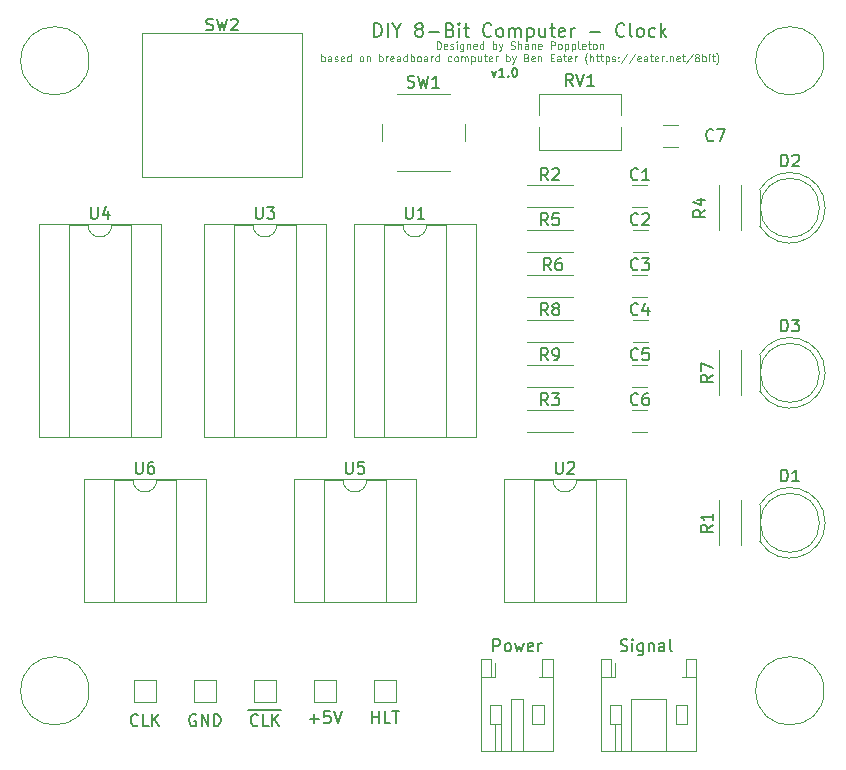
<source format=gbr>
G04 #@! TF.GenerationSoftware,KiCad,Pcbnew,(5.1.2-1)-1*
G04 #@! TF.CreationDate,2019-08-26T07:59:11+10:00*
G04 #@! TF.ProjectId,Clock,436c6f63-6b2e-46b6-9963-61645f706362,v01*
G04 #@! TF.SameCoordinates,Original*
G04 #@! TF.FileFunction,Legend,Top*
G04 #@! TF.FilePolarity,Positive*
%FSLAX46Y46*%
G04 Gerber Fmt 4.6, Leading zero omitted, Abs format (unit mm)*
G04 Created by KiCad (PCBNEW (5.1.2-1)-1) date 2019-08-26 07:59:11*
%MOMM*%
%LPD*%
G04 APERTURE LIST*
%ADD10C,0.127000*%
%ADD11C,0.101600*%
%ADD12C,0.100000*%
%ADD13C,0.120000*%
%ADD14C,0.150000*%
G04 APERTURE END LIST*
D10*
X153343428Y-65622714D02*
X153524857Y-66130714D01*
X153706285Y-65622714D01*
X154395714Y-66130714D02*
X153960285Y-66130714D01*
X154178000Y-66130714D02*
X154178000Y-65368714D01*
X154105428Y-65477571D01*
X154032857Y-65550142D01*
X153960285Y-65586428D01*
X154722285Y-66058142D02*
X154758571Y-66094428D01*
X154722285Y-66130714D01*
X154686000Y-66094428D01*
X154722285Y-66058142D01*
X154722285Y-66130714D01*
X155230285Y-65368714D02*
X155302857Y-65368714D01*
X155375428Y-65405000D01*
X155411714Y-65441285D01*
X155448000Y-65513857D01*
X155484285Y-65659000D01*
X155484285Y-65840428D01*
X155448000Y-65985571D01*
X155411714Y-66058142D01*
X155375428Y-66094428D01*
X155302857Y-66130714D01*
X155230285Y-66130714D01*
X155157714Y-66094428D01*
X155121428Y-66058142D01*
X155085142Y-65985571D01*
X155048857Y-65840428D01*
X155048857Y-65659000D01*
X155085142Y-65513857D01*
X155121428Y-65441285D01*
X155157714Y-65405000D01*
X155230285Y-65368714D01*
D11*
X148656523Y-63768211D02*
X148656523Y-63133211D01*
X148807714Y-63133211D01*
X148898428Y-63163450D01*
X148958904Y-63223926D01*
X148989142Y-63284402D01*
X149019380Y-63405354D01*
X149019380Y-63496069D01*
X148989142Y-63617021D01*
X148958904Y-63677497D01*
X148898428Y-63737973D01*
X148807714Y-63768211D01*
X148656523Y-63768211D01*
X149533428Y-63737973D02*
X149472952Y-63768211D01*
X149352000Y-63768211D01*
X149291523Y-63737973D01*
X149261285Y-63677497D01*
X149261285Y-63435592D01*
X149291523Y-63375116D01*
X149352000Y-63344878D01*
X149472952Y-63344878D01*
X149533428Y-63375116D01*
X149563666Y-63435592D01*
X149563666Y-63496069D01*
X149261285Y-63556545D01*
X149805571Y-63737973D02*
X149866047Y-63768211D01*
X149987000Y-63768211D01*
X150047476Y-63737973D01*
X150077714Y-63677497D01*
X150077714Y-63647259D01*
X150047476Y-63586783D01*
X149987000Y-63556545D01*
X149896285Y-63556545D01*
X149835809Y-63526307D01*
X149805571Y-63465830D01*
X149805571Y-63435592D01*
X149835809Y-63375116D01*
X149896285Y-63344878D01*
X149987000Y-63344878D01*
X150047476Y-63375116D01*
X150349857Y-63768211D02*
X150349857Y-63344878D01*
X150349857Y-63133211D02*
X150319619Y-63163450D01*
X150349857Y-63193688D01*
X150380095Y-63163450D01*
X150349857Y-63133211D01*
X150349857Y-63193688D01*
X150924380Y-63344878D02*
X150924380Y-63858926D01*
X150894142Y-63919402D01*
X150863904Y-63949640D01*
X150803428Y-63979878D01*
X150712714Y-63979878D01*
X150652238Y-63949640D01*
X150924380Y-63737973D02*
X150863904Y-63768211D01*
X150742952Y-63768211D01*
X150682476Y-63737973D01*
X150652238Y-63707735D01*
X150622000Y-63647259D01*
X150622000Y-63465830D01*
X150652238Y-63405354D01*
X150682476Y-63375116D01*
X150742952Y-63344878D01*
X150863904Y-63344878D01*
X150924380Y-63375116D01*
X151226761Y-63344878D02*
X151226761Y-63768211D01*
X151226761Y-63405354D02*
X151257000Y-63375116D01*
X151317476Y-63344878D01*
X151408190Y-63344878D01*
X151468666Y-63375116D01*
X151498904Y-63435592D01*
X151498904Y-63768211D01*
X152043190Y-63737973D02*
X151982714Y-63768211D01*
X151861761Y-63768211D01*
X151801285Y-63737973D01*
X151771047Y-63677497D01*
X151771047Y-63435592D01*
X151801285Y-63375116D01*
X151861761Y-63344878D01*
X151982714Y-63344878D01*
X152043190Y-63375116D01*
X152073428Y-63435592D01*
X152073428Y-63496069D01*
X151771047Y-63556545D01*
X152617714Y-63768211D02*
X152617714Y-63133211D01*
X152617714Y-63737973D02*
X152557238Y-63768211D01*
X152436285Y-63768211D01*
X152375809Y-63737973D01*
X152345571Y-63707735D01*
X152315333Y-63647259D01*
X152315333Y-63465830D01*
X152345571Y-63405354D01*
X152375809Y-63375116D01*
X152436285Y-63344878D01*
X152557238Y-63344878D01*
X152617714Y-63375116D01*
X153403904Y-63768211D02*
X153403904Y-63133211D01*
X153403904Y-63375116D02*
X153464380Y-63344878D01*
X153585333Y-63344878D01*
X153645809Y-63375116D01*
X153676047Y-63405354D01*
X153706285Y-63465830D01*
X153706285Y-63647259D01*
X153676047Y-63707735D01*
X153645809Y-63737973D01*
X153585333Y-63768211D01*
X153464380Y-63768211D01*
X153403904Y-63737973D01*
X153917952Y-63344878D02*
X154069142Y-63768211D01*
X154220333Y-63344878D02*
X154069142Y-63768211D01*
X154008666Y-63919402D01*
X153978428Y-63949640D01*
X153917952Y-63979878D01*
X154915809Y-63737973D02*
X155006523Y-63768211D01*
X155157714Y-63768211D01*
X155218190Y-63737973D01*
X155248428Y-63707735D01*
X155278666Y-63647259D01*
X155278666Y-63586783D01*
X155248428Y-63526307D01*
X155218190Y-63496069D01*
X155157714Y-63465830D01*
X155036761Y-63435592D01*
X154976285Y-63405354D01*
X154946047Y-63375116D01*
X154915809Y-63314640D01*
X154915809Y-63254164D01*
X154946047Y-63193688D01*
X154976285Y-63163450D01*
X155036761Y-63133211D01*
X155187952Y-63133211D01*
X155278666Y-63163450D01*
X155550809Y-63768211D02*
X155550809Y-63133211D01*
X155822952Y-63768211D02*
X155822952Y-63435592D01*
X155792714Y-63375116D01*
X155732238Y-63344878D01*
X155641523Y-63344878D01*
X155581047Y-63375116D01*
X155550809Y-63405354D01*
X156397476Y-63768211D02*
X156397476Y-63435592D01*
X156367238Y-63375116D01*
X156306761Y-63344878D01*
X156185809Y-63344878D01*
X156125333Y-63375116D01*
X156397476Y-63737973D02*
X156337000Y-63768211D01*
X156185809Y-63768211D01*
X156125333Y-63737973D01*
X156095095Y-63677497D01*
X156095095Y-63617021D01*
X156125333Y-63556545D01*
X156185809Y-63526307D01*
X156337000Y-63526307D01*
X156397476Y-63496069D01*
X156699857Y-63344878D02*
X156699857Y-63768211D01*
X156699857Y-63405354D02*
X156730095Y-63375116D01*
X156790571Y-63344878D01*
X156881285Y-63344878D01*
X156941761Y-63375116D01*
X156972000Y-63435592D01*
X156972000Y-63768211D01*
X157516285Y-63737973D02*
X157455809Y-63768211D01*
X157334857Y-63768211D01*
X157274380Y-63737973D01*
X157244142Y-63677497D01*
X157244142Y-63435592D01*
X157274380Y-63375116D01*
X157334857Y-63344878D01*
X157455809Y-63344878D01*
X157516285Y-63375116D01*
X157546523Y-63435592D01*
X157546523Y-63496069D01*
X157244142Y-63556545D01*
X158302476Y-63768211D02*
X158302476Y-63133211D01*
X158544380Y-63133211D01*
X158604857Y-63163450D01*
X158635095Y-63193688D01*
X158665333Y-63254164D01*
X158665333Y-63344878D01*
X158635095Y-63405354D01*
X158604857Y-63435592D01*
X158544380Y-63465830D01*
X158302476Y-63465830D01*
X159028190Y-63768211D02*
X158967714Y-63737973D01*
X158937476Y-63707735D01*
X158907238Y-63647259D01*
X158907238Y-63465830D01*
X158937476Y-63405354D01*
X158967714Y-63375116D01*
X159028190Y-63344878D01*
X159118904Y-63344878D01*
X159179380Y-63375116D01*
X159209619Y-63405354D01*
X159239857Y-63465830D01*
X159239857Y-63647259D01*
X159209619Y-63707735D01*
X159179380Y-63737973D01*
X159118904Y-63768211D01*
X159028190Y-63768211D01*
X159512000Y-63344878D02*
X159512000Y-63979878D01*
X159512000Y-63375116D02*
X159572476Y-63344878D01*
X159693428Y-63344878D01*
X159753904Y-63375116D01*
X159784142Y-63405354D01*
X159814380Y-63465830D01*
X159814380Y-63647259D01*
X159784142Y-63707735D01*
X159753904Y-63737973D01*
X159693428Y-63768211D01*
X159572476Y-63768211D01*
X159512000Y-63737973D01*
X160086523Y-63344878D02*
X160086523Y-63979878D01*
X160086523Y-63375116D02*
X160147000Y-63344878D01*
X160267952Y-63344878D01*
X160328428Y-63375116D01*
X160358666Y-63405354D01*
X160388904Y-63465830D01*
X160388904Y-63647259D01*
X160358666Y-63707735D01*
X160328428Y-63737973D01*
X160267952Y-63768211D01*
X160147000Y-63768211D01*
X160086523Y-63737973D01*
X160751761Y-63768211D02*
X160691285Y-63737973D01*
X160661047Y-63677497D01*
X160661047Y-63133211D01*
X161235571Y-63737973D02*
X161175095Y-63768211D01*
X161054142Y-63768211D01*
X160993666Y-63737973D01*
X160963428Y-63677497D01*
X160963428Y-63435592D01*
X160993666Y-63375116D01*
X161054142Y-63344878D01*
X161175095Y-63344878D01*
X161235571Y-63375116D01*
X161265809Y-63435592D01*
X161265809Y-63496069D01*
X160963428Y-63556545D01*
X161447238Y-63344878D02*
X161689142Y-63344878D01*
X161537952Y-63133211D02*
X161537952Y-63677497D01*
X161568190Y-63737973D01*
X161628666Y-63768211D01*
X161689142Y-63768211D01*
X161991523Y-63768211D02*
X161931047Y-63737973D01*
X161900809Y-63707735D01*
X161870571Y-63647259D01*
X161870571Y-63465830D01*
X161900809Y-63405354D01*
X161931047Y-63375116D01*
X161991523Y-63344878D01*
X162082238Y-63344878D01*
X162142714Y-63375116D01*
X162172952Y-63405354D01*
X162203190Y-63465830D01*
X162203190Y-63647259D01*
X162172952Y-63707735D01*
X162142714Y-63737973D01*
X162082238Y-63768211D01*
X161991523Y-63768211D01*
X162475333Y-63344878D02*
X162475333Y-63768211D01*
X162475333Y-63405354D02*
X162505571Y-63375116D01*
X162566047Y-63344878D01*
X162656761Y-63344878D01*
X162717238Y-63375116D01*
X162747476Y-63435592D01*
X162747476Y-63768211D01*
X138889619Y-64822311D02*
X138889619Y-64187311D01*
X138889619Y-64429216D02*
X138950095Y-64398978D01*
X139071047Y-64398978D01*
X139131523Y-64429216D01*
X139161761Y-64459454D01*
X139192000Y-64519930D01*
X139192000Y-64701359D01*
X139161761Y-64761835D01*
X139131523Y-64792073D01*
X139071047Y-64822311D01*
X138950095Y-64822311D01*
X138889619Y-64792073D01*
X139736285Y-64822311D02*
X139736285Y-64489692D01*
X139706047Y-64429216D01*
X139645571Y-64398978D01*
X139524619Y-64398978D01*
X139464142Y-64429216D01*
X139736285Y-64792073D02*
X139675809Y-64822311D01*
X139524619Y-64822311D01*
X139464142Y-64792073D01*
X139433904Y-64731597D01*
X139433904Y-64671121D01*
X139464142Y-64610645D01*
X139524619Y-64580407D01*
X139675809Y-64580407D01*
X139736285Y-64550169D01*
X140008428Y-64792073D02*
X140068904Y-64822311D01*
X140189857Y-64822311D01*
X140250333Y-64792073D01*
X140280571Y-64731597D01*
X140280571Y-64701359D01*
X140250333Y-64640883D01*
X140189857Y-64610645D01*
X140099142Y-64610645D01*
X140038666Y-64580407D01*
X140008428Y-64519930D01*
X140008428Y-64489692D01*
X140038666Y-64429216D01*
X140099142Y-64398978D01*
X140189857Y-64398978D01*
X140250333Y-64429216D01*
X140794619Y-64792073D02*
X140734142Y-64822311D01*
X140613190Y-64822311D01*
X140552714Y-64792073D01*
X140522476Y-64731597D01*
X140522476Y-64489692D01*
X140552714Y-64429216D01*
X140613190Y-64398978D01*
X140734142Y-64398978D01*
X140794619Y-64429216D01*
X140824857Y-64489692D01*
X140824857Y-64550169D01*
X140522476Y-64610645D01*
X141369142Y-64822311D02*
X141369142Y-64187311D01*
X141369142Y-64792073D02*
X141308666Y-64822311D01*
X141187714Y-64822311D01*
X141127238Y-64792073D01*
X141097000Y-64761835D01*
X141066761Y-64701359D01*
X141066761Y-64519930D01*
X141097000Y-64459454D01*
X141127238Y-64429216D01*
X141187714Y-64398978D01*
X141308666Y-64398978D01*
X141369142Y-64429216D01*
X142246047Y-64822311D02*
X142185571Y-64792073D01*
X142155333Y-64761835D01*
X142125095Y-64701359D01*
X142125095Y-64519930D01*
X142155333Y-64459454D01*
X142185571Y-64429216D01*
X142246047Y-64398978D01*
X142336761Y-64398978D01*
X142397238Y-64429216D01*
X142427476Y-64459454D01*
X142457714Y-64519930D01*
X142457714Y-64701359D01*
X142427476Y-64761835D01*
X142397238Y-64792073D01*
X142336761Y-64822311D01*
X142246047Y-64822311D01*
X142729857Y-64398978D02*
X142729857Y-64822311D01*
X142729857Y-64459454D02*
X142760095Y-64429216D01*
X142820571Y-64398978D01*
X142911285Y-64398978D01*
X142971761Y-64429216D01*
X143002000Y-64489692D01*
X143002000Y-64822311D01*
X143788190Y-64822311D02*
X143788190Y-64187311D01*
X143788190Y-64429216D02*
X143848666Y-64398978D01*
X143969619Y-64398978D01*
X144030095Y-64429216D01*
X144060333Y-64459454D01*
X144090571Y-64519930D01*
X144090571Y-64701359D01*
X144060333Y-64761835D01*
X144030095Y-64792073D01*
X143969619Y-64822311D01*
X143848666Y-64822311D01*
X143788190Y-64792073D01*
X144362714Y-64822311D02*
X144362714Y-64398978D01*
X144362714Y-64519930D02*
X144392952Y-64459454D01*
X144423190Y-64429216D01*
X144483666Y-64398978D01*
X144544142Y-64398978D01*
X144997714Y-64792073D02*
X144937238Y-64822311D01*
X144816285Y-64822311D01*
X144755809Y-64792073D01*
X144725571Y-64731597D01*
X144725571Y-64489692D01*
X144755809Y-64429216D01*
X144816285Y-64398978D01*
X144937238Y-64398978D01*
X144997714Y-64429216D01*
X145027952Y-64489692D01*
X145027952Y-64550169D01*
X144725571Y-64610645D01*
X145572238Y-64822311D02*
X145572238Y-64489692D01*
X145542000Y-64429216D01*
X145481523Y-64398978D01*
X145360571Y-64398978D01*
X145300095Y-64429216D01*
X145572238Y-64792073D02*
X145511761Y-64822311D01*
X145360571Y-64822311D01*
X145300095Y-64792073D01*
X145269857Y-64731597D01*
X145269857Y-64671121D01*
X145300095Y-64610645D01*
X145360571Y-64580407D01*
X145511761Y-64580407D01*
X145572238Y-64550169D01*
X146146761Y-64822311D02*
X146146761Y-64187311D01*
X146146761Y-64792073D02*
X146086285Y-64822311D01*
X145965333Y-64822311D01*
X145904857Y-64792073D01*
X145874619Y-64761835D01*
X145844380Y-64701359D01*
X145844380Y-64519930D01*
X145874619Y-64459454D01*
X145904857Y-64429216D01*
X145965333Y-64398978D01*
X146086285Y-64398978D01*
X146146761Y-64429216D01*
X146449142Y-64822311D02*
X146449142Y-64187311D01*
X146449142Y-64429216D02*
X146509619Y-64398978D01*
X146630571Y-64398978D01*
X146691047Y-64429216D01*
X146721285Y-64459454D01*
X146751523Y-64519930D01*
X146751523Y-64701359D01*
X146721285Y-64761835D01*
X146691047Y-64792073D01*
X146630571Y-64822311D01*
X146509619Y-64822311D01*
X146449142Y-64792073D01*
X147114380Y-64822311D02*
X147053904Y-64792073D01*
X147023666Y-64761835D01*
X146993428Y-64701359D01*
X146993428Y-64519930D01*
X147023666Y-64459454D01*
X147053904Y-64429216D01*
X147114380Y-64398978D01*
X147205095Y-64398978D01*
X147265571Y-64429216D01*
X147295809Y-64459454D01*
X147326047Y-64519930D01*
X147326047Y-64701359D01*
X147295809Y-64761835D01*
X147265571Y-64792073D01*
X147205095Y-64822311D01*
X147114380Y-64822311D01*
X147870333Y-64822311D02*
X147870333Y-64489692D01*
X147840095Y-64429216D01*
X147779619Y-64398978D01*
X147658666Y-64398978D01*
X147598190Y-64429216D01*
X147870333Y-64792073D02*
X147809857Y-64822311D01*
X147658666Y-64822311D01*
X147598190Y-64792073D01*
X147567952Y-64731597D01*
X147567952Y-64671121D01*
X147598190Y-64610645D01*
X147658666Y-64580407D01*
X147809857Y-64580407D01*
X147870333Y-64550169D01*
X148172714Y-64822311D02*
X148172714Y-64398978D01*
X148172714Y-64519930D02*
X148202952Y-64459454D01*
X148233190Y-64429216D01*
X148293666Y-64398978D01*
X148354142Y-64398978D01*
X148837952Y-64822311D02*
X148837952Y-64187311D01*
X148837952Y-64792073D02*
X148777476Y-64822311D01*
X148656523Y-64822311D01*
X148596047Y-64792073D01*
X148565809Y-64761835D01*
X148535571Y-64701359D01*
X148535571Y-64519930D01*
X148565809Y-64459454D01*
X148596047Y-64429216D01*
X148656523Y-64398978D01*
X148777476Y-64398978D01*
X148837952Y-64429216D01*
X149896285Y-64792073D02*
X149835809Y-64822311D01*
X149714857Y-64822311D01*
X149654380Y-64792073D01*
X149624142Y-64761835D01*
X149593904Y-64701359D01*
X149593904Y-64519930D01*
X149624142Y-64459454D01*
X149654380Y-64429216D01*
X149714857Y-64398978D01*
X149835809Y-64398978D01*
X149896285Y-64429216D01*
X150259142Y-64822311D02*
X150198666Y-64792073D01*
X150168428Y-64761835D01*
X150138190Y-64701359D01*
X150138190Y-64519930D01*
X150168428Y-64459454D01*
X150198666Y-64429216D01*
X150259142Y-64398978D01*
X150349857Y-64398978D01*
X150410333Y-64429216D01*
X150440571Y-64459454D01*
X150470809Y-64519930D01*
X150470809Y-64701359D01*
X150440571Y-64761835D01*
X150410333Y-64792073D01*
X150349857Y-64822311D01*
X150259142Y-64822311D01*
X150742952Y-64822311D02*
X150742952Y-64398978D01*
X150742952Y-64459454D02*
X150773190Y-64429216D01*
X150833666Y-64398978D01*
X150924380Y-64398978D01*
X150984857Y-64429216D01*
X151015095Y-64489692D01*
X151015095Y-64822311D01*
X151015095Y-64489692D02*
X151045333Y-64429216D01*
X151105809Y-64398978D01*
X151196523Y-64398978D01*
X151257000Y-64429216D01*
X151287238Y-64489692D01*
X151287238Y-64822311D01*
X151589619Y-64398978D02*
X151589619Y-65033978D01*
X151589619Y-64429216D02*
X151650095Y-64398978D01*
X151771047Y-64398978D01*
X151831523Y-64429216D01*
X151861761Y-64459454D01*
X151892000Y-64519930D01*
X151892000Y-64701359D01*
X151861761Y-64761835D01*
X151831523Y-64792073D01*
X151771047Y-64822311D01*
X151650095Y-64822311D01*
X151589619Y-64792073D01*
X152436285Y-64398978D02*
X152436285Y-64822311D01*
X152164142Y-64398978D02*
X152164142Y-64731597D01*
X152194380Y-64792073D01*
X152254857Y-64822311D01*
X152345571Y-64822311D01*
X152406047Y-64792073D01*
X152436285Y-64761835D01*
X152647952Y-64398978D02*
X152889857Y-64398978D01*
X152738666Y-64187311D02*
X152738666Y-64731597D01*
X152768904Y-64792073D01*
X152829380Y-64822311D01*
X152889857Y-64822311D01*
X153343428Y-64792073D02*
X153282952Y-64822311D01*
X153162000Y-64822311D01*
X153101523Y-64792073D01*
X153071285Y-64731597D01*
X153071285Y-64489692D01*
X153101523Y-64429216D01*
X153162000Y-64398978D01*
X153282952Y-64398978D01*
X153343428Y-64429216D01*
X153373666Y-64489692D01*
X153373666Y-64550169D01*
X153071285Y-64610645D01*
X153645809Y-64822311D02*
X153645809Y-64398978D01*
X153645809Y-64519930D02*
X153676047Y-64459454D01*
X153706285Y-64429216D01*
X153766761Y-64398978D01*
X153827238Y-64398978D01*
X154522714Y-64822311D02*
X154522714Y-64187311D01*
X154522714Y-64429216D02*
X154583190Y-64398978D01*
X154704142Y-64398978D01*
X154764619Y-64429216D01*
X154794857Y-64459454D01*
X154825095Y-64519930D01*
X154825095Y-64701359D01*
X154794857Y-64761835D01*
X154764619Y-64792073D01*
X154704142Y-64822311D01*
X154583190Y-64822311D01*
X154522714Y-64792073D01*
X155036761Y-64398978D02*
X155187952Y-64822311D01*
X155339142Y-64398978D02*
X155187952Y-64822311D01*
X155127476Y-64973502D01*
X155097238Y-65003740D01*
X155036761Y-65033978D01*
X156276523Y-64489692D02*
X156367238Y-64519930D01*
X156397476Y-64550169D01*
X156427714Y-64610645D01*
X156427714Y-64701359D01*
X156397476Y-64761835D01*
X156367238Y-64792073D01*
X156306761Y-64822311D01*
X156064857Y-64822311D01*
X156064857Y-64187311D01*
X156276523Y-64187311D01*
X156337000Y-64217550D01*
X156367238Y-64247788D01*
X156397476Y-64308264D01*
X156397476Y-64368740D01*
X156367238Y-64429216D01*
X156337000Y-64459454D01*
X156276523Y-64489692D01*
X156064857Y-64489692D01*
X156941761Y-64792073D02*
X156881285Y-64822311D01*
X156760333Y-64822311D01*
X156699857Y-64792073D01*
X156669619Y-64731597D01*
X156669619Y-64489692D01*
X156699857Y-64429216D01*
X156760333Y-64398978D01*
X156881285Y-64398978D01*
X156941761Y-64429216D01*
X156972000Y-64489692D01*
X156972000Y-64550169D01*
X156669619Y-64610645D01*
X157244142Y-64398978D02*
X157244142Y-64822311D01*
X157244142Y-64459454D02*
X157274380Y-64429216D01*
X157334857Y-64398978D01*
X157425571Y-64398978D01*
X157486047Y-64429216D01*
X157516285Y-64489692D01*
X157516285Y-64822311D01*
X158302476Y-64489692D02*
X158514142Y-64489692D01*
X158604857Y-64822311D02*
X158302476Y-64822311D01*
X158302476Y-64187311D01*
X158604857Y-64187311D01*
X159149142Y-64822311D02*
X159149142Y-64489692D01*
X159118904Y-64429216D01*
X159058428Y-64398978D01*
X158937476Y-64398978D01*
X158877000Y-64429216D01*
X159149142Y-64792073D02*
X159088666Y-64822311D01*
X158937476Y-64822311D01*
X158877000Y-64792073D01*
X158846761Y-64731597D01*
X158846761Y-64671121D01*
X158877000Y-64610645D01*
X158937476Y-64580407D01*
X159088666Y-64580407D01*
X159149142Y-64550169D01*
X159360809Y-64398978D02*
X159602714Y-64398978D01*
X159451523Y-64187311D02*
X159451523Y-64731597D01*
X159481761Y-64792073D01*
X159542238Y-64822311D01*
X159602714Y-64822311D01*
X160056285Y-64792073D02*
X159995809Y-64822311D01*
X159874857Y-64822311D01*
X159814380Y-64792073D01*
X159784142Y-64731597D01*
X159784142Y-64489692D01*
X159814380Y-64429216D01*
X159874857Y-64398978D01*
X159995809Y-64398978D01*
X160056285Y-64429216D01*
X160086523Y-64489692D01*
X160086523Y-64550169D01*
X159784142Y-64610645D01*
X160358666Y-64822311D02*
X160358666Y-64398978D01*
X160358666Y-64519930D02*
X160388904Y-64459454D01*
X160419142Y-64429216D01*
X160479619Y-64398978D01*
X160540095Y-64398978D01*
X161417000Y-65064216D02*
X161386761Y-65033978D01*
X161326285Y-64943264D01*
X161296047Y-64882788D01*
X161265809Y-64792073D01*
X161235571Y-64640883D01*
X161235571Y-64519930D01*
X161265809Y-64368740D01*
X161296047Y-64278026D01*
X161326285Y-64217550D01*
X161386761Y-64126835D01*
X161417000Y-64096597D01*
X161658904Y-64822311D02*
X161658904Y-64187311D01*
X161931047Y-64822311D02*
X161931047Y-64489692D01*
X161900809Y-64429216D01*
X161840333Y-64398978D01*
X161749619Y-64398978D01*
X161689142Y-64429216D01*
X161658904Y-64459454D01*
X162142714Y-64398978D02*
X162384619Y-64398978D01*
X162233428Y-64187311D02*
X162233428Y-64731597D01*
X162263666Y-64792073D01*
X162324142Y-64822311D01*
X162384619Y-64822311D01*
X162505571Y-64398978D02*
X162747476Y-64398978D01*
X162596285Y-64187311D02*
X162596285Y-64731597D01*
X162626523Y-64792073D01*
X162687000Y-64822311D01*
X162747476Y-64822311D01*
X162959142Y-64398978D02*
X162959142Y-65033978D01*
X162959142Y-64429216D02*
X163019619Y-64398978D01*
X163140571Y-64398978D01*
X163201047Y-64429216D01*
X163231285Y-64459454D01*
X163261523Y-64519930D01*
X163261523Y-64701359D01*
X163231285Y-64761835D01*
X163201047Y-64792073D01*
X163140571Y-64822311D01*
X163019619Y-64822311D01*
X162959142Y-64792073D01*
X163503428Y-64792073D02*
X163563904Y-64822311D01*
X163684857Y-64822311D01*
X163745333Y-64792073D01*
X163775571Y-64731597D01*
X163775571Y-64701359D01*
X163745333Y-64640883D01*
X163684857Y-64610645D01*
X163594142Y-64610645D01*
X163533666Y-64580407D01*
X163503428Y-64519930D01*
X163503428Y-64489692D01*
X163533666Y-64429216D01*
X163594142Y-64398978D01*
X163684857Y-64398978D01*
X163745333Y-64429216D01*
X164047714Y-64761835D02*
X164077952Y-64792073D01*
X164047714Y-64822311D01*
X164017476Y-64792073D01*
X164047714Y-64761835D01*
X164047714Y-64822311D01*
X164047714Y-64429216D02*
X164077952Y-64459454D01*
X164047714Y-64489692D01*
X164017476Y-64459454D01*
X164047714Y-64429216D01*
X164047714Y-64489692D01*
X164803666Y-64157073D02*
X164259380Y-64973502D01*
X165468904Y-64157073D02*
X164924619Y-64973502D01*
X165922476Y-64792073D02*
X165862000Y-64822311D01*
X165741047Y-64822311D01*
X165680571Y-64792073D01*
X165650333Y-64731597D01*
X165650333Y-64489692D01*
X165680571Y-64429216D01*
X165741047Y-64398978D01*
X165862000Y-64398978D01*
X165922476Y-64429216D01*
X165952714Y-64489692D01*
X165952714Y-64550169D01*
X165650333Y-64610645D01*
X166497000Y-64822311D02*
X166497000Y-64489692D01*
X166466761Y-64429216D01*
X166406285Y-64398978D01*
X166285333Y-64398978D01*
X166224857Y-64429216D01*
X166497000Y-64792073D02*
X166436523Y-64822311D01*
X166285333Y-64822311D01*
X166224857Y-64792073D01*
X166194619Y-64731597D01*
X166194619Y-64671121D01*
X166224857Y-64610645D01*
X166285333Y-64580407D01*
X166436523Y-64580407D01*
X166497000Y-64550169D01*
X166708666Y-64398978D02*
X166950571Y-64398978D01*
X166799380Y-64187311D02*
X166799380Y-64731597D01*
X166829619Y-64792073D01*
X166890095Y-64822311D01*
X166950571Y-64822311D01*
X167404142Y-64792073D02*
X167343666Y-64822311D01*
X167222714Y-64822311D01*
X167162238Y-64792073D01*
X167132000Y-64731597D01*
X167132000Y-64489692D01*
X167162238Y-64429216D01*
X167222714Y-64398978D01*
X167343666Y-64398978D01*
X167404142Y-64429216D01*
X167434380Y-64489692D01*
X167434380Y-64550169D01*
X167132000Y-64610645D01*
X167706523Y-64822311D02*
X167706523Y-64398978D01*
X167706523Y-64519930D02*
X167736761Y-64459454D01*
X167767000Y-64429216D01*
X167827476Y-64398978D01*
X167887952Y-64398978D01*
X168099619Y-64761835D02*
X168129857Y-64792073D01*
X168099619Y-64822311D01*
X168069380Y-64792073D01*
X168099619Y-64761835D01*
X168099619Y-64822311D01*
X168402000Y-64398978D02*
X168402000Y-64822311D01*
X168402000Y-64459454D02*
X168432238Y-64429216D01*
X168492714Y-64398978D01*
X168583428Y-64398978D01*
X168643904Y-64429216D01*
X168674142Y-64489692D01*
X168674142Y-64822311D01*
X169218428Y-64792073D02*
X169157952Y-64822311D01*
X169037000Y-64822311D01*
X168976523Y-64792073D01*
X168946285Y-64731597D01*
X168946285Y-64489692D01*
X168976523Y-64429216D01*
X169037000Y-64398978D01*
X169157952Y-64398978D01*
X169218428Y-64429216D01*
X169248666Y-64489692D01*
X169248666Y-64550169D01*
X168946285Y-64610645D01*
X169430095Y-64398978D02*
X169671999Y-64398978D01*
X169520809Y-64187311D02*
X169520809Y-64731597D01*
X169551047Y-64792073D01*
X169611523Y-64822311D01*
X169671999Y-64822311D01*
X170337238Y-64157073D02*
X169792952Y-64973502D01*
X170639619Y-64459454D02*
X170579142Y-64429216D01*
X170548904Y-64398978D01*
X170518666Y-64338502D01*
X170518666Y-64308264D01*
X170548904Y-64247788D01*
X170579142Y-64217550D01*
X170639619Y-64187311D01*
X170760571Y-64187311D01*
X170821047Y-64217550D01*
X170851285Y-64247788D01*
X170881523Y-64308264D01*
X170881523Y-64338502D01*
X170851285Y-64398978D01*
X170821047Y-64429216D01*
X170760571Y-64459454D01*
X170639619Y-64459454D01*
X170579142Y-64489692D01*
X170548904Y-64519930D01*
X170518666Y-64580407D01*
X170518666Y-64701359D01*
X170548904Y-64761835D01*
X170579142Y-64792073D01*
X170639619Y-64822311D01*
X170760571Y-64822311D01*
X170821047Y-64792073D01*
X170851285Y-64761835D01*
X170881523Y-64701359D01*
X170881523Y-64580407D01*
X170851285Y-64519930D01*
X170821047Y-64489692D01*
X170760571Y-64459454D01*
X171153666Y-64822311D02*
X171153666Y-64187311D01*
X171153666Y-64429216D02*
X171214142Y-64398978D01*
X171335095Y-64398978D01*
X171395571Y-64429216D01*
X171425809Y-64459454D01*
X171456047Y-64519930D01*
X171456047Y-64701359D01*
X171425809Y-64761835D01*
X171395571Y-64792073D01*
X171335095Y-64822311D01*
X171214142Y-64822311D01*
X171153666Y-64792073D01*
X171728190Y-64822311D02*
X171728190Y-64398978D01*
X171728190Y-64187311D02*
X171697952Y-64217550D01*
X171728190Y-64247788D01*
X171758428Y-64217550D01*
X171728190Y-64187311D01*
X171728190Y-64247788D01*
X171939857Y-64398978D02*
X172181761Y-64398978D01*
X172030571Y-64187311D02*
X172030571Y-64731597D01*
X172060809Y-64792073D01*
X172121285Y-64822311D01*
X172181761Y-64822311D01*
X172332952Y-65064216D02*
X172363190Y-65033978D01*
X172423666Y-64943264D01*
X172453904Y-64882788D01*
X172484142Y-64792073D01*
X172514380Y-64640883D01*
X172514380Y-64519930D01*
X172484142Y-64368740D01*
X172453904Y-64278026D01*
X172423666Y-64217550D01*
X172363190Y-64126835D01*
X172332952Y-64096597D01*
D10*
X143373928Y-62747071D02*
X143373928Y-61604071D01*
X143646071Y-61604071D01*
X143809357Y-61658500D01*
X143918214Y-61767357D01*
X143972642Y-61876214D01*
X144027071Y-62093928D01*
X144027071Y-62257214D01*
X143972642Y-62474928D01*
X143918214Y-62583785D01*
X143809357Y-62692642D01*
X143646071Y-62747071D01*
X143373928Y-62747071D01*
X144516928Y-62747071D02*
X144516928Y-61604071D01*
X145278928Y-62202785D02*
X145278928Y-62747071D01*
X144897928Y-61604071D02*
X145278928Y-62202785D01*
X145659928Y-61604071D01*
X147075071Y-62093928D02*
X146966214Y-62039500D01*
X146911785Y-61985071D01*
X146857357Y-61876214D01*
X146857357Y-61821785D01*
X146911785Y-61712928D01*
X146966214Y-61658500D01*
X147075071Y-61604071D01*
X147292785Y-61604071D01*
X147401642Y-61658500D01*
X147456071Y-61712928D01*
X147510500Y-61821785D01*
X147510500Y-61876214D01*
X147456071Y-61985071D01*
X147401642Y-62039500D01*
X147292785Y-62093928D01*
X147075071Y-62093928D01*
X146966214Y-62148357D01*
X146911785Y-62202785D01*
X146857357Y-62311642D01*
X146857357Y-62529357D01*
X146911785Y-62638214D01*
X146966214Y-62692642D01*
X147075071Y-62747071D01*
X147292785Y-62747071D01*
X147401642Y-62692642D01*
X147456071Y-62638214D01*
X147510500Y-62529357D01*
X147510500Y-62311642D01*
X147456071Y-62202785D01*
X147401642Y-62148357D01*
X147292785Y-62093928D01*
X148000357Y-62311642D02*
X148871214Y-62311642D01*
X149796500Y-62148357D02*
X149959785Y-62202785D01*
X150014214Y-62257214D01*
X150068642Y-62366071D01*
X150068642Y-62529357D01*
X150014214Y-62638214D01*
X149959785Y-62692642D01*
X149850928Y-62747071D01*
X149415500Y-62747071D01*
X149415500Y-61604071D01*
X149796500Y-61604071D01*
X149905357Y-61658500D01*
X149959785Y-61712928D01*
X150014214Y-61821785D01*
X150014214Y-61930642D01*
X149959785Y-62039500D01*
X149905357Y-62093928D01*
X149796500Y-62148357D01*
X149415500Y-62148357D01*
X150558500Y-62747071D02*
X150558500Y-61985071D01*
X150558500Y-61604071D02*
X150504071Y-61658500D01*
X150558500Y-61712928D01*
X150612928Y-61658500D01*
X150558500Y-61604071D01*
X150558500Y-61712928D01*
X150939500Y-61985071D02*
X151374928Y-61985071D01*
X151102785Y-61604071D02*
X151102785Y-62583785D01*
X151157214Y-62692642D01*
X151266071Y-62747071D01*
X151374928Y-62747071D01*
X153279928Y-62638214D02*
X153225500Y-62692642D01*
X153062214Y-62747071D01*
X152953357Y-62747071D01*
X152790071Y-62692642D01*
X152681214Y-62583785D01*
X152626785Y-62474928D01*
X152572357Y-62257214D01*
X152572357Y-62093928D01*
X152626785Y-61876214D01*
X152681214Y-61767357D01*
X152790071Y-61658500D01*
X152953357Y-61604071D01*
X153062214Y-61604071D01*
X153225500Y-61658500D01*
X153279928Y-61712928D01*
X153933071Y-62747071D02*
X153824214Y-62692642D01*
X153769785Y-62638214D01*
X153715357Y-62529357D01*
X153715357Y-62202785D01*
X153769785Y-62093928D01*
X153824214Y-62039500D01*
X153933071Y-61985071D01*
X154096357Y-61985071D01*
X154205214Y-62039500D01*
X154259642Y-62093928D01*
X154314071Y-62202785D01*
X154314071Y-62529357D01*
X154259642Y-62638214D01*
X154205214Y-62692642D01*
X154096357Y-62747071D01*
X153933071Y-62747071D01*
X154803928Y-62747071D02*
X154803928Y-61985071D01*
X154803928Y-62093928D02*
X154858357Y-62039500D01*
X154967214Y-61985071D01*
X155130500Y-61985071D01*
X155239357Y-62039500D01*
X155293785Y-62148357D01*
X155293785Y-62747071D01*
X155293785Y-62148357D02*
X155348214Y-62039500D01*
X155457071Y-61985071D01*
X155620357Y-61985071D01*
X155729214Y-62039500D01*
X155783642Y-62148357D01*
X155783642Y-62747071D01*
X156327928Y-61985071D02*
X156327928Y-63128071D01*
X156327928Y-62039500D02*
X156436785Y-61985071D01*
X156654500Y-61985071D01*
X156763357Y-62039500D01*
X156817785Y-62093928D01*
X156872214Y-62202785D01*
X156872214Y-62529357D01*
X156817785Y-62638214D01*
X156763357Y-62692642D01*
X156654500Y-62747071D01*
X156436785Y-62747071D01*
X156327928Y-62692642D01*
X157851928Y-61985071D02*
X157851928Y-62747071D01*
X157362071Y-61985071D02*
X157362071Y-62583785D01*
X157416500Y-62692642D01*
X157525357Y-62747071D01*
X157688642Y-62747071D01*
X157797500Y-62692642D01*
X157851928Y-62638214D01*
X158232928Y-61985071D02*
X158668357Y-61985071D01*
X158396214Y-61604071D02*
X158396214Y-62583785D01*
X158450642Y-62692642D01*
X158559500Y-62747071D01*
X158668357Y-62747071D01*
X159484785Y-62692642D02*
X159375928Y-62747071D01*
X159158214Y-62747071D01*
X159049357Y-62692642D01*
X158994928Y-62583785D01*
X158994928Y-62148357D01*
X159049357Y-62039500D01*
X159158214Y-61985071D01*
X159375928Y-61985071D01*
X159484785Y-62039500D01*
X159539214Y-62148357D01*
X159539214Y-62257214D01*
X158994928Y-62366071D01*
X160029071Y-62747071D02*
X160029071Y-61985071D01*
X160029071Y-62202785D02*
X160083500Y-62093928D01*
X160137928Y-62039500D01*
X160246785Y-61985071D01*
X160355642Y-61985071D01*
X161607500Y-62311642D02*
X162478357Y-62311642D01*
X164546642Y-62638214D02*
X164492214Y-62692642D01*
X164328928Y-62747071D01*
X164220071Y-62747071D01*
X164056785Y-62692642D01*
X163947928Y-62583785D01*
X163893500Y-62474928D01*
X163839071Y-62257214D01*
X163839071Y-62093928D01*
X163893500Y-61876214D01*
X163947928Y-61767357D01*
X164056785Y-61658500D01*
X164220071Y-61604071D01*
X164328928Y-61604071D01*
X164492214Y-61658500D01*
X164546642Y-61712928D01*
X165199785Y-62747071D02*
X165090928Y-62692642D01*
X165036500Y-62583785D01*
X165036500Y-61604071D01*
X165798500Y-62747071D02*
X165689642Y-62692642D01*
X165635214Y-62638214D01*
X165580785Y-62529357D01*
X165580785Y-62202785D01*
X165635214Y-62093928D01*
X165689642Y-62039500D01*
X165798500Y-61985071D01*
X165961785Y-61985071D01*
X166070642Y-62039500D01*
X166125071Y-62093928D01*
X166179500Y-62202785D01*
X166179500Y-62529357D01*
X166125071Y-62638214D01*
X166070642Y-62692642D01*
X165961785Y-62747071D01*
X165798500Y-62747071D01*
X167159214Y-62692642D02*
X167050357Y-62747071D01*
X166832642Y-62747071D01*
X166723785Y-62692642D01*
X166669357Y-62638214D01*
X166614928Y-62529357D01*
X166614928Y-62202785D01*
X166669357Y-62093928D01*
X166723785Y-62039500D01*
X166832642Y-61985071D01*
X167050357Y-61985071D01*
X167159214Y-62039500D01*
X167649071Y-62747071D02*
X167649071Y-61604071D01*
X167757928Y-62311642D02*
X168084500Y-62747071D01*
X168084500Y-61985071D02*
X167649071Y-62420500D01*
D12*
X119222017Y-118110000D02*
G75*
G03X119222017Y-118110000I-2890017J0D01*
G01*
X119222017Y-64770000D02*
G75*
G03X119222017Y-64770000I-2890017J0D01*
G01*
X181452017Y-64770000D02*
G75*
G03X181452017Y-64770000I-2890017J0D01*
G01*
X181452017Y-118110000D02*
G75*
G03X181452017Y-118110000I-2890017J0D01*
G01*
D13*
X165213000Y-75280000D02*
X166471000Y-75280000D01*
X165213000Y-77120000D02*
X166471000Y-77120000D01*
X165253000Y-80930000D02*
X166511000Y-80930000D01*
X165253000Y-79090000D02*
X166511000Y-79090000D01*
X165213000Y-82900000D02*
X166471000Y-82900000D01*
X165213000Y-84740000D02*
X166471000Y-84740000D01*
X165253000Y-88550000D02*
X166511000Y-88550000D01*
X165253000Y-86710000D02*
X166511000Y-86710000D01*
X165213000Y-90520000D02*
X166471000Y-90520000D01*
X165213000Y-92360000D02*
X166471000Y-92360000D01*
X165213000Y-96170000D02*
X166471000Y-96170000D01*
X165213000Y-94330000D02*
X166471000Y-94330000D01*
X167793000Y-70200000D02*
X169051000Y-70200000D01*
X167793000Y-72040000D02*
X169051000Y-72040000D01*
X181552000Y-103886462D02*
G75*
G03X176002000Y-102341170I-2990000J462D01*
G01*
X181552000Y-103885538D02*
G75*
G02X176002000Y-105430830I-2990000J-462D01*
G01*
X181062000Y-103886000D02*
G75*
G03X181062000Y-103886000I-2500000J0D01*
G01*
X176002000Y-102341000D02*
X176002000Y-105431000D01*
X181552000Y-77216462D02*
G75*
G03X176002000Y-75671170I-2990000J462D01*
G01*
X181552000Y-77215538D02*
G75*
G02X176002000Y-78760830I-2990000J-462D01*
G01*
X181062000Y-77216000D02*
G75*
G03X181062000Y-77216000I-2500000J0D01*
G01*
X176002000Y-75671000D02*
X176002000Y-78761000D01*
X176002000Y-89641000D02*
X176002000Y-92731000D01*
X181062000Y-91186000D02*
G75*
G03X181062000Y-91186000I-2500000J0D01*
G01*
X181552000Y-91185538D02*
G75*
G02X176002000Y-92730830I-2990000J-462D01*
G01*
X181552000Y-91186462D02*
G75*
G03X176002000Y-89641170I-2990000J462D01*
G01*
X143322000Y-117160000D02*
X145222000Y-117160000D01*
X145222000Y-117160000D02*
X145222000Y-119060000D01*
X145222000Y-119060000D02*
X143322000Y-119060000D01*
X143322000Y-119060000D02*
X143322000Y-117160000D01*
X153572000Y-116980000D02*
X153292000Y-116980000D01*
X153292000Y-116980000D02*
X153292000Y-115380000D01*
X153292000Y-115380000D02*
X152372000Y-115380000D01*
X152372000Y-115380000D02*
X152372000Y-123200000D01*
X152372000Y-123200000D02*
X158492000Y-123200000D01*
X158492000Y-123200000D02*
X158492000Y-115380000D01*
X158492000Y-115380000D02*
X157572000Y-115380000D01*
X157572000Y-115380000D02*
X157572000Y-116980000D01*
X157572000Y-116980000D02*
X157292000Y-116980000D01*
X154932000Y-123200000D02*
X154932000Y-118840000D01*
X154932000Y-118840000D02*
X155932000Y-118840000D01*
X155932000Y-118840000D02*
X155932000Y-123200000D01*
X152372000Y-116980000D02*
X153292000Y-116980000D01*
X158492000Y-116980000D02*
X157572000Y-116980000D01*
X153132000Y-119340000D02*
X153132000Y-120940000D01*
X153132000Y-120940000D02*
X154132000Y-120940000D01*
X154132000Y-120940000D02*
X154132000Y-119340000D01*
X154132000Y-119340000D02*
X153132000Y-119340000D01*
X157732000Y-119340000D02*
X157732000Y-120940000D01*
X157732000Y-120940000D02*
X156732000Y-120940000D01*
X156732000Y-120940000D02*
X156732000Y-119340000D01*
X156732000Y-119340000D02*
X157732000Y-119340000D01*
X154132000Y-120940000D02*
X154132000Y-123200000D01*
X153632000Y-120940000D02*
X153632000Y-123200000D01*
X153572000Y-116980000D02*
X153572000Y-115765000D01*
X163732000Y-116980000D02*
X163452000Y-116980000D01*
X163452000Y-116980000D02*
X163452000Y-115380000D01*
X163452000Y-115380000D02*
X162532000Y-115380000D01*
X162532000Y-115380000D02*
X162532000Y-123200000D01*
X162532000Y-123200000D02*
X170652000Y-123200000D01*
X170652000Y-123200000D02*
X170652000Y-115380000D01*
X170652000Y-115380000D02*
X169732000Y-115380000D01*
X169732000Y-115380000D02*
X169732000Y-116980000D01*
X169732000Y-116980000D02*
X169452000Y-116980000D01*
X165092000Y-123200000D02*
X165092000Y-118840000D01*
X165092000Y-118840000D02*
X168092000Y-118840000D01*
X168092000Y-118840000D02*
X168092000Y-123200000D01*
X162532000Y-116980000D02*
X163452000Y-116980000D01*
X170652000Y-116980000D02*
X169732000Y-116980000D01*
X163292000Y-119340000D02*
X163292000Y-120940000D01*
X163292000Y-120940000D02*
X164292000Y-120940000D01*
X164292000Y-120940000D02*
X164292000Y-119340000D01*
X164292000Y-119340000D02*
X163292000Y-119340000D01*
X169892000Y-119340000D02*
X169892000Y-120940000D01*
X169892000Y-120940000D02*
X168892000Y-120940000D01*
X168892000Y-120940000D02*
X168892000Y-119340000D01*
X168892000Y-119340000D02*
X169892000Y-119340000D01*
X164292000Y-120940000D02*
X164292000Y-123200000D01*
X163792000Y-120940000D02*
X163792000Y-123200000D01*
X163732000Y-116980000D02*
X163732000Y-115765000D01*
X174402000Y-105806000D02*
X174402000Y-101966000D01*
X172562000Y-105806000D02*
X172562000Y-101966000D01*
X156322000Y-77120000D02*
X160162000Y-77120000D01*
X156322000Y-75280000D02*
X160162000Y-75280000D01*
X156322000Y-94330000D02*
X160162000Y-94330000D01*
X156322000Y-96170000D02*
X160162000Y-96170000D01*
X172562000Y-75296000D02*
X172562000Y-79136000D01*
X174402000Y-75296000D02*
X174402000Y-79136000D01*
X160162000Y-80930000D02*
X156322000Y-80930000D01*
X160162000Y-79090000D02*
X156322000Y-79090000D01*
X156322000Y-82900000D02*
X160162000Y-82900000D01*
X156322000Y-84740000D02*
X160162000Y-84740000D01*
X172562000Y-93106000D02*
X172562000Y-89266000D01*
X174402000Y-93106000D02*
X174402000Y-89266000D01*
X156322000Y-88550000D02*
X160162000Y-88550000D01*
X156322000Y-86710000D02*
X160162000Y-86710000D01*
X160162000Y-92360000D02*
X156322000Y-92360000D01*
X160162000Y-90520000D02*
X156322000Y-90520000D01*
X157307000Y-67570000D02*
X164257000Y-67570000D01*
X157307000Y-72310000D02*
X164257000Y-72310000D01*
X157307000Y-67570000D02*
X157307000Y-69356000D01*
X157307000Y-70346000D02*
X157307000Y-72310000D01*
X164257000Y-67570000D02*
X164257000Y-69356000D01*
X164257000Y-70346000D02*
X164257000Y-72310000D01*
X145272000Y-74080000D02*
X149772000Y-74080000D01*
X144022000Y-70080000D02*
X144022000Y-71580000D01*
X149772000Y-67580000D02*
X145272000Y-67580000D01*
X151022000Y-71580000D02*
X151022000Y-70080000D01*
X123692000Y-62440000D02*
X137292000Y-62440000D01*
X137292000Y-74640000D02*
X137292000Y-62440000D01*
X137292000Y-74640000D02*
X123692000Y-74640000D01*
X123692000Y-62440000D02*
X123692000Y-74640000D01*
X123002000Y-119060000D02*
X123002000Y-117160000D01*
X124902000Y-119060000D02*
X123002000Y-119060000D01*
X124902000Y-117160000D02*
X124902000Y-119060000D01*
X123002000Y-117160000D02*
X124902000Y-117160000D01*
X128082000Y-119060000D02*
X128082000Y-117160000D01*
X129982000Y-119060000D02*
X128082000Y-119060000D01*
X129982000Y-117160000D02*
X129982000Y-119060000D01*
X128082000Y-117160000D02*
X129982000Y-117160000D01*
X133162000Y-117160000D02*
X135062000Y-117160000D01*
X135062000Y-117160000D02*
X135062000Y-119060000D01*
X135062000Y-119060000D02*
X133162000Y-119060000D01*
X133162000Y-119060000D02*
X133162000Y-117160000D01*
X138242000Y-117160000D02*
X140142000Y-117160000D01*
X140142000Y-117160000D02*
X140142000Y-119060000D01*
X140142000Y-119060000D02*
X138242000Y-119060000D01*
X138242000Y-119060000D02*
X138242000Y-117160000D01*
X151952000Y-78620000D02*
X141672000Y-78620000D01*
X151952000Y-96640000D02*
X151952000Y-78620000D01*
X141672000Y-96640000D02*
X151952000Y-96640000D01*
X141672000Y-78620000D02*
X141672000Y-96640000D01*
X149462000Y-78680000D02*
X147812000Y-78680000D01*
X149462000Y-96580000D02*
X149462000Y-78680000D01*
X144162000Y-96580000D02*
X149462000Y-96580000D01*
X144162000Y-78680000D02*
X144162000Y-96580000D01*
X145812000Y-78680000D02*
X144162000Y-78680000D01*
X147812000Y-78680000D02*
G75*
G02X145812000Y-78680000I-1000000J0D01*
G01*
X160512000Y-100270000D02*
G75*
G02X158512000Y-100270000I-1000000J0D01*
G01*
X158512000Y-100270000D02*
X156862000Y-100270000D01*
X156862000Y-100270000D02*
X156862000Y-110550000D01*
X156862000Y-110550000D02*
X162162000Y-110550000D01*
X162162000Y-110550000D02*
X162162000Y-100270000D01*
X162162000Y-100270000D02*
X160512000Y-100270000D01*
X154372000Y-100210000D02*
X154372000Y-110610000D01*
X154372000Y-110610000D02*
X164652000Y-110610000D01*
X164652000Y-110610000D02*
X164652000Y-100210000D01*
X164652000Y-100210000D02*
X154372000Y-100210000D01*
X135112000Y-78680000D02*
G75*
G02X133112000Y-78680000I-1000000J0D01*
G01*
X133112000Y-78680000D02*
X131462000Y-78680000D01*
X131462000Y-78680000D02*
X131462000Y-96580000D01*
X131462000Y-96580000D02*
X136762000Y-96580000D01*
X136762000Y-96580000D02*
X136762000Y-78680000D01*
X136762000Y-78680000D02*
X135112000Y-78680000D01*
X128972000Y-78620000D02*
X128972000Y-96640000D01*
X128972000Y-96640000D02*
X139252000Y-96640000D01*
X139252000Y-96640000D02*
X139252000Y-78620000D01*
X139252000Y-78620000D02*
X128972000Y-78620000D01*
X121142000Y-78680000D02*
G75*
G02X119142000Y-78680000I-1000000J0D01*
G01*
X119142000Y-78680000D02*
X117492000Y-78680000D01*
X117492000Y-78680000D02*
X117492000Y-96580000D01*
X117492000Y-96580000D02*
X122792000Y-96580000D01*
X122792000Y-96580000D02*
X122792000Y-78680000D01*
X122792000Y-78680000D02*
X121142000Y-78680000D01*
X115002000Y-78620000D02*
X115002000Y-96640000D01*
X115002000Y-96640000D02*
X125282000Y-96640000D01*
X125282000Y-96640000D02*
X125282000Y-78620000D01*
X125282000Y-78620000D02*
X115002000Y-78620000D01*
X142732000Y-100270000D02*
G75*
G02X140732000Y-100270000I-1000000J0D01*
G01*
X140732000Y-100270000D02*
X139082000Y-100270000D01*
X139082000Y-100270000D02*
X139082000Y-110550000D01*
X139082000Y-110550000D02*
X144382000Y-110550000D01*
X144382000Y-110550000D02*
X144382000Y-100270000D01*
X144382000Y-100270000D02*
X142732000Y-100270000D01*
X136592000Y-100210000D02*
X136592000Y-110610000D01*
X136592000Y-110610000D02*
X146872000Y-110610000D01*
X146872000Y-110610000D02*
X146872000Y-100210000D01*
X146872000Y-100210000D02*
X136592000Y-100210000D01*
X129092000Y-100210000D02*
X118812000Y-100210000D01*
X129092000Y-110610000D02*
X129092000Y-100210000D01*
X118812000Y-110610000D02*
X129092000Y-110610000D01*
X118812000Y-100210000D02*
X118812000Y-110610000D01*
X126602000Y-100270000D02*
X124952000Y-100270000D01*
X126602000Y-110550000D02*
X126602000Y-100270000D01*
X121302000Y-110550000D02*
X126602000Y-110550000D01*
X121302000Y-100270000D02*
X121302000Y-110550000D01*
X122952000Y-100270000D02*
X121302000Y-100270000D01*
X124952000Y-100270000D02*
G75*
G02X122952000Y-100270000I-1000000J0D01*
G01*
D14*
X165695333Y-74779142D02*
X165647714Y-74826761D01*
X165504857Y-74874380D01*
X165409619Y-74874380D01*
X165266761Y-74826761D01*
X165171523Y-74731523D01*
X165123904Y-74636285D01*
X165076285Y-74445809D01*
X165076285Y-74302952D01*
X165123904Y-74112476D01*
X165171523Y-74017238D01*
X165266761Y-73922000D01*
X165409619Y-73874380D01*
X165504857Y-73874380D01*
X165647714Y-73922000D01*
X165695333Y-73969619D01*
X166647714Y-74874380D02*
X166076285Y-74874380D01*
X166362000Y-74874380D02*
X166362000Y-73874380D01*
X166266761Y-74017238D01*
X166171523Y-74112476D01*
X166076285Y-74160095D01*
X165695333Y-78589142D02*
X165647714Y-78636761D01*
X165504857Y-78684380D01*
X165409619Y-78684380D01*
X165266761Y-78636761D01*
X165171523Y-78541523D01*
X165123904Y-78446285D01*
X165076285Y-78255809D01*
X165076285Y-78112952D01*
X165123904Y-77922476D01*
X165171523Y-77827238D01*
X165266761Y-77732000D01*
X165409619Y-77684380D01*
X165504857Y-77684380D01*
X165647714Y-77732000D01*
X165695333Y-77779619D01*
X166076285Y-77779619D02*
X166123904Y-77732000D01*
X166219142Y-77684380D01*
X166457238Y-77684380D01*
X166552476Y-77732000D01*
X166600095Y-77779619D01*
X166647714Y-77874857D01*
X166647714Y-77970095D01*
X166600095Y-78112952D01*
X166028666Y-78684380D01*
X166647714Y-78684380D01*
X165695333Y-82399142D02*
X165647714Y-82446761D01*
X165504857Y-82494380D01*
X165409619Y-82494380D01*
X165266761Y-82446761D01*
X165171523Y-82351523D01*
X165123904Y-82256285D01*
X165076285Y-82065809D01*
X165076285Y-81922952D01*
X165123904Y-81732476D01*
X165171523Y-81637238D01*
X165266761Y-81542000D01*
X165409619Y-81494380D01*
X165504857Y-81494380D01*
X165647714Y-81542000D01*
X165695333Y-81589619D01*
X166028666Y-81494380D02*
X166647714Y-81494380D01*
X166314380Y-81875333D01*
X166457238Y-81875333D01*
X166552476Y-81922952D01*
X166600095Y-81970571D01*
X166647714Y-82065809D01*
X166647714Y-82303904D01*
X166600095Y-82399142D01*
X166552476Y-82446761D01*
X166457238Y-82494380D01*
X166171523Y-82494380D01*
X166076285Y-82446761D01*
X166028666Y-82399142D01*
X165695333Y-86209142D02*
X165647714Y-86256761D01*
X165504857Y-86304380D01*
X165409619Y-86304380D01*
X165266761Y-86256761D01*
X165171523Y-86161523D01*
X165123904Y-86066285D01*
X165076285Y-85875809D01*
X165076285Y-85732952D01*
X165123904Y-85542476D01*
X165171523Y-85447238D01*
X165266761Y-85352000D01*
X165409619Y-85304380D01*
X165504857Y-85304380D01*
X165647714Y-85352000D01*
X165695333Y-85399619D01*
X166552476Y-85637714D02*
X166552476Y-86304380D01*
X166314380Y-85256761D02*
X166076285Y-85971047D01*
X166695333Y-85971047D01*
X165695333Y-90019142D02*
X165647714Y-90066761D01*
X165504857Y-90114380D01*
X165409619Y-90114380D01*
X165266761Y-90066761D01*
X165171523Y-89971523D01*
X165123904Y-89876285D01*
X165076285Y-89685809D01*
X165076285Y-89542952D01*
X165123904Y-89352476D01*
X165171523Y-89257238D01*
X165266761Y-89162000D01*
X165409619Y-89114380D01*
X165504857Y-89114380D01*
X165647714Y-89162000D01*
X165695333Y-89209619D01*
X166600095Y-89114380D02*
X166123904Y-89114380D01*
X166076285Y-89590571D01*
X166123904Y-89542952D01*
X166219142Y-89495333D01*
X166457238Y-89495333D01*
X166552476Y-89542952D01*
X166600095Y-89590571D01*
X166647714Y-89685809D01*
X166647714Y-89923904D01*
X166600095Y-90019142D01*
X166552476Y-90066761D01*
X166457238Y-90114380D01*
X166219142Y-90114380D01*
X166123904Y-90066761D01*
X166076285Y-90019142D01*
X165695333Y-93829142D02*
X165647714Y-93876761D01*
X165504857Y-93924380D01*
X165409619Y-93924380D01*
X165266761Y-93876761D01*
X165171523Y-93781523D01*
X165123904Y-93686285D01*
X165076285Y-93495809D01*
X165076285Y-93352952D01*
X165123904Y-93162476D01*
X165171523Y-93067238D01*
X165266761Y-92972000D01*
X165409619Y-92924380D01*
X165504857Y-92924380D01*
X165647714Y-92972000D01*
X165695333Y-93019619D01*
X166552476Y-92924380D02*
X166362000Y-92924380D01*
X166266761Y-92972000D01*
X166219142Y-93019619D01*
X166123904Y-93162476D01*
X166076285Y-93352952D01*
X166076285Y-93733904D01*
X166123904Y-93829142D01*
X166171523Y-93876761D01*
X166266761Y-93924380D01*
X166457238Y-93924380D01*
X166552476Y-93876761D01*
X166600095Y-93829142D01*
X166647714Y-93733904D01*
X166647714Y-93495809D01*
X166600095Y-93400571D01*
X166552476Y-93352952D01*
X166457238Y-93305333D01*
X166266761Y-93305333D01*
X166171523Y-93352952D01*
X166123904Y-93400571D01*
X166076285Y-93495809D01*
X172085333Y-71477142D02*
X172037714Y-71524761D01*
X171894857Y-71572380D01*
X171799619Y-71572380D01*
X171656761Y-71524761D01*
X171561523Y-71429523D01*
X171513904Y-71334285D01*
X171466285Y-71143809D01*
X171466285Y-71000952D01*
X171513904Y-70810476D01*
X171561523Y-70715238D01*
X171656761Y-70620000D01*
X171799619Y-70572380D01*
X171894857Y-70572380D01*
X172037714Y-70620000D01*
X172085333Y-70667619D01*
X172418666Y-70572380D02*
X173085333Y-70572380D01*
X172656761Y-71572380D01*
X177823904Y-100378380D02*
X177823904Y-99378380D01*
X178062000Y-99378380D01*
X178204857Y-99426000D01*
X178300095Y-99521238D01*
X178347714Y-99616476D01*
X178395333Y-99806952D01*
X178395333Y-99949809D01*
X178347714Y-100140285D01*
X178300095Y-100235523D01*
X178204857Y-100330761D01*
X178062000Y-100378380D01*
X177823904Y-100378380D01*
X179347714Y-100378380D02*
X178776285Y-100378380D01*
X179062000Y-100378380D02*
X179062000Y-99378380D01*
X178966761Y-99521238D01*
X178871523Y-99616476D01*
X178776285Y-99664095D01*
X177823904Y-73708380D02*
X177823904Y-72708380D01*
X178062000Y-72708380D01*
X178204857Y-72756000D01*
X178300095Y-72851238D01*
X178347714Y-72946476D01*
X178395333Y-73136952D01*
X178395333Y-73279809D01*
X178347714Y-73470285D01*
X178300095Y-73565523D01*
X178204857Y-73660761D01*
X178062000Y-73708380D01*
X177823904Y-73708380D01*
X178776285Y-72803619D02*
X178823904Y-72756000D01*
X178919142Y-72708380D01*
X179157238Y-72708380D01*
X179252476Y-72756000D01*
X179300095Y-72803619D01*
X179347714Y-72898857D01*
X179347714Y-72994095D01*
X179300095Y-73136952D01*
X178728666Y-73708380D01*
X179347714Y-73708380D01*
X177823904Y-87678380D02*
X177823904Y-86678380D01*
X178062000Y-86678380D01*
X178204857Y-86726000D01*
X178300095Y-86821238D01*
X178347714Y-86916476D01*
X178395333Y-87106952D01*
X178395333Y-87249809D01*
X178347714Y-87440285D01*
X178300095Y-87535523D01*
X178204857Y-87630761D01*
X178062000Y-87678380D01*
X177823904Y-87678380D01*
X178728666Y-86678380D02*
X179347714Y-86678380D01*
X179014380Y-87059333D01*
X179157238Y-87059333D01*
X179252476Y-87106952D01*
X179300095Y-87154571D01*
X179347714Y-87249809D01*
X179347714Y-87487904D01*
X179300095Y-87583142D01*
X179252476Y-87630761D01*
X179157238Y-87678380D01*
X178871523Y-87678380D01*
X178776285Y-87630761D01*
X178728666Y-87583142D01*
X143200571Y-120848380D02*
X143200571Y-119848380D01*
X143200571Y-120324571D02*
X143772000Y-120324571D01*
X143772000Y-120848380D02*
X143772000Y-119848380D01*
X144724380Y-120848380D02*
X144248190Y-120848380D01*
X144248190Y-119848380D01*
X144914857Y-119848380D02*
X145486285Y-119848380D01*
X145200571Y-120848380D02*
X145200571Y-119848380D01*
X153455809Y-114752380D02*
X153455809Y-113752380D01*
X153836761Y-113752380D01*
X153932000Y-113800000D01*
X153979619Y-113847619D01*
X154027238Y-113942857D01*
X154027238Y-114085714D01*
X153979619Y-114180952D01*
X153932000Y-114228571D01*
X153836761Y-114276190D01*
X153455809Y-114276190D01*
X154598666Y-114752380D02*
X154503428Y-114704761D01*
X154455809Y-114657142D01*
X154408190Y-114561904D01*
X154408190Y-114276190D01*
X154455809Y-114180952D01*
X154503428Y-114133333D01*
X154598666Y-114085714D01*
X154741523Y-114085714D01*
X154836761Y-114133333D01*
X154884380Y-114180952D01*
X154932000Y-114276190D01*
X154932000Y-114561904D01*
X154884380Y-114657142D01*
X154836761Y-114704761D01*
X154741523Y-114752380D01*
X154598666Y-114752380D01*
X155265333Y-114085714D02*
X155455809Y-114752380D01*
X155646285Y-114276190D01*
X155836761Y-114752380D01*
X156027238Y-114085714D01*
X156789142Y-114704761D02*
X156693904Y-114752380D01*
X156503428Y-114752380D01*
X156408190Y-114704761D01*
X156360571Y-114609523D01*
X156360571Y-114228571D01*
X156408190Y-114133333D01*
X156503428Y-114085714D01*
X156693904Y-114085714D01*
X156789142Y-114133333D01*
X156836761Y-114228571D01*
X156836761Y-114323809D01*
X156360571Y-114419047D01*
X157265333Y-114752380D02*
X157265333Y-114085714D01*
X157265333Y-114276190D02*
X157312952Y-114180952D01*
X157360571Y-114133333D01*
X157455809Y-114085714D01*
X157551047Y-114085714D01*
X164227142Y-114704761D02*
X164370000Y-114752380D01*
X164608095Y-114752380D01*
X164703333Y-114704761D01*
X164750952Y-114657142D01*
X164798571Y-114561904D01*
X164798571Y-114466666D01*
X164750952Y-114371428D01*
X164703333Y-114323809D01*
X164608095Y-114276190D01*
X164417619Y-114228571D01*
X164322380Y-114180952D01*
X164274761Y-114133333D01*
X164227142Y-114038095D01*
X164227142Y-113942857D01*
X164274761Y-113847619D01*
X164322380Y-113800000D01*
X164417619Y-113752380D01*
X164655714Y-113752380D01*
X164798571Y-113800000D01*
X165227142Y-114752380D02*
X165227142Y-114085714D01*
X165227142Y-113752380D02*
X165179523Y-113800000D01*
X165227142Y-113847619D01*
X165274761Y-113800000D01*
X165227142Y-113752380D01*
X165227142Y-113847619D01*
X166131904Y-114085714D02*
X166131904Y-114895238D01*
X166084285Y-114990476D01*
X166036666Y-115038095D01*
X165941428Y-115085714D01*
X165798571Y-115085714D01*
X165703333Y-115038095D01*
X166131904Y-114704761D02*
X166036666Y-114752380D01*
X165846190Y-114752380D01*
X165750952Y-114704761D01*
X165703333Y-114657142D01*
X165655714Y-114561904D01*
X165655714Y-114276190D01*
X165703333Y-114180952D01*
X165750952Y-114133333D01*
X165846190Y-114085714D01*
X166036666Y-114085714D01*
X166131904Y-114133333D01*
X166608095Y-114085714D02*
X166608095Y-114752380D01*
X166608095Y-114180952D02*
X166655714Y-114133333D01*
X166750952Y-114085714D01*
X166893809Y-114085714D01*
X166989047Y-114133333D01*
X167036666Y-114228571D01*
X167036666Y-114752380D01*
X167941428Y-114752380D02*
X167941428Y-114228571D01*
X167893809Y-114133333D01*
X167798571Y-114085714D01*
X167608095Y-114085714D01*
X167512857Y-114133333D01*
X167941428Y-114704761D02*
X167846190Y-114752380D01*
X167608095Y-114752380D01*
X167512857Y-114704761D01*
X167465238Y-114609523D01*
X167465238Y-114514285D01*
X167512857Y-114419047D01*
X167608095Y-114371428D01*
X167846190Y-114371428D01*
X167941428Y-114323809D01*
X168560476Y-114752380D02*
X168465238Y-114704761D01*
X168417619Y-114609523D01*
X168417619Y-113752380D01*
X172014380Y-104052666D02*
X171538190Y-104386000D01*
X172014380Y-104624095D02*
X171014380Y-104624095D01*
X171014380Y-104243142D01*
X171062000Y-104147904D01*
X171109619Y-104100285D01*
X171204857Y-104052666D01*
X171347714Y-104052666D01*
X171442952Y-104100285D01*
X171490571Y-104147904D01*
X171538190Y-104243142D01*
X171538190Y-104624095D01*
X172014380Y-103100285D02*
X172014380Y-103671714D01*
X172014380Y-103386000D02*
X171014380Y-103386000D01*
X171157238Y-103481238D01*
X171252476Y-103576476D01*
X171300095Y-103671714D01*
X158075333Y-74874380D02*
X157742000Y-74398190D01*
X157503904Y-74874380D02*
X157503904Y-73874380D01*
X157884857Y-73874380D01*
X157980095Y-73922000D01*
X158027714Y-73969619D01*
X158075333Y-74064857D01*
X158075333Y-74207714D01*
X158027714Y-74302952D01*
X157980095Y-74350571D01*
X157884857Y-74398190D01*
X157503904Y-74398190D01*
X158456285Y-73969619D02*
X158503904Y-73922000D01*
X158599142Y-73874380D01*
X158837238Y-73874380D01*
X158932476Y-73922000D01*
X158980095Y-73969619D01*
X159027714Y-74064857D01*
X159027714Y-74160095D01*
X158980095Y-74302952D01*
X158408666Y-74874380D01*
X159027714Y-74874380D01*
X158075333Y-93924380D02*
X157742000Y-93448190D01*
X157503904Y-93924380D02*
X157503904Y-92924380D01*
X157884857Y-92924380D01*
X157980095Y-92972000D01*
X158027714Y-93019619D01*
X158075333Y-93114857D01*
X158075333Y-93257714D01*
X158027714Y-93352952D01*
X157980095Y-93400571D01*
X157884857Y-93448190D01*
X157503904Y-93448190D01*
X158408666Y-92924380D02*
X159027714Y-92924380D01*
X158694380Y-93305333D01*
X158837238Y-93305333D01*
X158932476Y-93352952D01*
X158980095Y-93400571D01*
X159027714Y-93495809D01*
X159027714Y-93733904D01*
X158980095Y-93829142D01*
X158932476Y-93876761D01*
X158837238Y-93924380D01*
X158551523Y-93924380D01*
X158456285Y-93876761D01*
X158408666Y-93829142D01*
X171394380Y-77382666D02*
X170918190Y-77716000D01*
X171394380Y-77954095D02*
X170394380Y-77954095D01*
X170394380Y-77573142D01*
X170442000Y-77477904D01*
X170489619Y-77430285D01*
X170584857Y-77382666D01*
X170727714Y-77382666D01*
X170822952Y-77430285D01*
X170870571Y-77477904D01*
X170918190Y-77573142D01*
X170918190Y-77954095D01*
X170727714Y-76525523D02*
X171394380Y-76525523D01*
X170346761Y-76763619D02*
X171061047Y-77001714D01*
X171061047Y-76382666D01*
X158075333Y-78684380D02*
X157742000Y-78208190D01*
X157503904Y-78684380D02*
X157503904Y-77684380D01*
X157884857Y-77684380D01*
X157980095Y-77732000D01*
X158027714Y-77779619D01*
X158075333Y-77874857D01*
X158075333Y-78017714D01*
X158027714Y-78112952D01*
X157980095Y-78160571D01*
X157884857Y-78208190D01*
X157503904Y-78208190D01*
X158980095Y-77684380D02*
X158503904Y-77684380D01*
X158456285Y-78160571D01*
X158503904Y-78112952D01*
X158599142Y-78065333D01*
X158837238Y-78065333D01*
X158932476Y-78112952D01*
X158980095Y-78160571D01*
X159027714Y-78255809D01*
X159027714Y-78493904D01*
X158980095Y-78589142D01*
X158932476Y-78636761D01*
X158837238Y-78684380D01*
X158599142Y-78684380D01*
X158503904Y-78636761D01*
X158456285Y-78589142D01*
X158329333Y-82494380D02*
X157996000Y-82018190D01*
X157757904Y-82494380D02*
X157757904Y-81494380D01*
X158138857Y-81494380D01*
X158234095Y-81542000D01*
X158281714Y-81589619D01*
X158329333Y-81684857D01*
X158329333Y-81827714D01*
X158281714Y-81922952D01*
X158234095Y-81970571D01*
X158138857Y-82018190D01*
X157757904Y-82018190D01*
X159186476Y-81494380D02*
X158996000Y-81494380D01*
X158900761Y-81542000D01*
X158853142Y-81589619D01*
X158757904Y-81732476D01*
X158710285Y-81922952D01*
X158710285Y-82303904D01*
X158757904Y-82399142D01*
X158805523Y-82446761D01*
X158900761Y-82494380D01*
X159091238Y-82494380D01*
X159186476Y-82446761D01*
X159234095Y-82399142D01*
X159281714Y-82303904D01*
X159281714Y-82065809D01*
X159234095Y-81970571D01*
X159186476Y-81922952D01*
X159091238Y-81875333D01*
X158900761Y-81875333D01*
X158805523Y-81922952D01*
X158757904Y-81970571D01*
X158710285Y-82065809D01*
X172014380Y-91352666D02*
X171538190Y-91686000D01*
X172014380Y-91924095D02*
X171014380Y-91924095D01*
X171014380Y-91543142D01*
X171062000Y-91447904D01*
X171109619Y-91400285D01*
X171204857Y-91352666D01*
X171347714Y-91352666D01*
X171442952Y-91400285D01*
X171490571Y-91447904D01*
X171538190Y-91543142D01*
X171538190Y-91924095D01*
X171014380Y-91019333D02*
X171014380Y-90352666D01*
X172014380Y-90781238D01*
X158075333Y-86304380D02*
X157742000Y-85828190D01*
X157503904Y-86304380D02*
X157503904Y-85304380D01*
X157884857Y-85304380D01*
X157980095Y-85352000D01*
X158027714Y-85399619D01*
X158075333Y-85494857D01*
X158075333Y-85637714D01*
X158027714Y-85732952D01*
X157980095Y-85780571D01*
X157884857Y-85828190D01*
X157503904Y-85828190D01*
X158646761Y-85732952D02*
X158551523Y-85685333D01*
X158503904Y-85637714D01*
X158456285Y-85542476D01*
X158456285Y-85494857D01*
X158503904Y-85399619D01*
X158551523Y-85352000D01*
X158646761Y-85304380D01*
X158837238Y-85304380D01*
X158932476Y-85352000D01*
X158980095Y-85399619D01*
X159027714Y-85494857D01*
X159027714Y-85542476D01*
X158980095Y-85637714D01*
X158932476Y-85685333D01*
X158837238Y-85732952D01*
X158646761Y-85732952D01*
X158551523Y-85780571D01*
X158503904Y-85828190D01*
X158456285Y-85923428D01*
X158456285Y-86113904D01*
X158503904Y-86209142D01*
X158551523Y-86256761D01*
X158646761Y-86304380D01*
X158837238Y-86304380D01*
X158932476Y-86256761D01*
X158980095Y-86209142D01*
X159027714Y-86113904D01*
X159027714Y-85923428D01*
X158980095Y-85828190D01*
X158932476Y-85780571D01*
X158837238Y-85732952D01*
X158075333Y-90114380D02*
X157742000Y-89638190D01*
X157503904Y-90114380D02*
X157503904Y-89114380D01*
X157884857Y-89114380D01*
X157980095Y-89162000D01*
X158027714Y-89209619D01*
X158075333Y-89304857D01*
X158075333Y-89447714D01*
X158027714Y-89542952D01*
X157980095Y-89590571D01*
X157884857Y-89638190D01*
X157503904Y-89638190D01*
X158551523Y-90114380D02*
X158742000Y-90114380D01*
X158837238Y-90066761D01*
X158884857Y-90019142D01*
X158980095Y-89876285D01*
X159027714Y-89685809D01*
X159027714Y-89304857D01*
X158980095Y-89209619D01*
X158932476Y-89162000D01*
X158837238Y-89114380D01*
X158646761Y-89114380D01*
X158551523Y-89162000D01*
X158503904Y-89209619D01*
X158456285Y-89304857D01*
X158456285Y-89542952D01*
X158503904Y-89638190D01*
X158551523Y-89685809D01*
X158646761Y-89733428D01*
X158837238Y-89733428D01*
X158932476Y-89685809D01*
X158980095Y-89638190D01*
X159027714Y-89542952D01*
X160186761Y-66892380D02*
X159853428Y-66416190D01*
X159615333Y-66892380D02*
X159615333Y-65892380D01*
X159996285Y-65892380D01*
X160091523Y-65940000D01*
X160139142Y-65987619D01*
X160186761Y-66082857D01*
X160186761Y-66225714D01*
X160139142Y-66320952D01*
X160091523Y-66368571D01*
X159996285Y-66416190D01*
X159615333Y-66416190D01*
X160472476Y-65892380D02*
X160805809Y-66892380D01*
X161139142Y-65892380D01*
X161996285Y-66892380D02*
X161424857Y-66892380D01*
X161710571Y-66892380D02*
X161710571Y-65892380D01*
X161615333Y-66035238D01*
X161520095Y-66130476D01*
X161424857Y-66178095D01*
X146188666Y-66984761D02*
X146331523Y-67032380D01*
X146569619Y-67032380D01*
X146664857Y-66984761D01*
X146712476Y-66937142D01*
X146760095Y-66841904D01*
X146760095Y-66746666D01*
X146712476Y-66651428D01*
X146664857Y-66603809D01*
X146569619Y-66556190D01*
X146379142Y-66508571D01*
X146283904Y-66460952D01*
X146236285Y-66413333D01*
X146188666Y-66318095D01*
X146188666Y-66222857D01*
X146236285Y-66127619D01*
X146283904Y-66080000D01*
X146379142Y-66032380D01*
X146617238Y-66032380D01*
X146760095Y-66080000D01*
X147093428Y-66032380D02*
X147331523Y-67032380D01*
X147522000Y-66318095D01*
X147712476Y-67032380D01*
X147950571Y-66032380D01*
X148855333Y-67032380D02*
X148283904Y-67032380D01*
X148569619Y-67032380D02*
X148569619Y-66032380D01*
X148474380Y-66175238D01*
X148379142Y-66270476D01*
X148283904Y-66318095D01*
X129158666Y-62144761D02*
X129301523Y-62192380D01*
X129539619Y-62192380D01*
X129634857Y-62144761D01*
X129682476Y-62097142D01*
X129730095Y-62001904D01*
X129730095Y-61906666D01*
X129682476Y-61811428D01*
X129634857Y-61763809D01*
X129539619Y-61716190D01*
X129349142Y-61668571D01*
X129253904Y-61620952D01*
X129206285Y-61573333D01*
X129158666Y-61478095D01*
X129158666Y-61382857D01*
X129206285Y-61287619D01*
X129253904Y-61240000D01*
X129349142Y-61192380D01*
X129587238Y-61192380D01*
X129730095Y-61240000D01*
X130063428Y-61192380D02*
X130301523Y-62192380D01*
X130492000Y-61478095D01*
X130682476Y-62192380D01*
X130920571Y-61192380D01*
X131253904Y-61287619D02*
X131301523Y-61240000D01*
X131396761Y-61192380D01*
X131634857Y-61192380D01*
X131730095Y-61240000D01*
X131777714Y-61287619D01*
X131825333Y-61382857D01*
X131825333Y-61478095D01*
X131777714Y-61620952D01*
X131206285Y-62192380D01*
X131825333Y-62192380D01*
X123356761Y-121007142D02*
X123309142Y-121054761D01*
X123166285Y-121102380D01*
X123071047Y-121102380D01*
X122928190Y-121054761D01*
X122832952Y-120959523D01*
X122785333Y-120864285D01*
X122737714Y-120673809D01*
X122737714Y-120530952D01*
X122785333Y-120340476D01*
X122832952Y-120245238D01*
X122928190Y-120150000D01*
X123071047Y-120102380D01*
X123166285Y-120102380D01*
X123309142Y-120150000D01*
X123356761Y-120197619D01*
X124261523Y-121102380D02*
X123785333Y-121102380D01*
X123785333Y-120102380D01*
X124594857Y-121102380D02*
X124594857Y-120102380D01*
X125166285Y-121102380D02*
X124737714Y-120530952D01*
X125166285Y-120102380D02*
X124594857Y-120673809D01*
X128270095Y-120150000D02*
X128174857Y-120102380D01*
X128032000Y-120102380D01*
X127889142Y-120150000D01*
X127793904Y-120245238D01*
X127746285Y-120340476D01*
X127698666Y-120530952D01*
X127698666Y-120673809D01*
X127746285Y-120864285D01*
X127793904Y-120959523D01*
X127889142Y-121054761D01*
X128032000Y-121102380D01*
X128127238Y-121102380D01*
X128270095Y-121054761D01*
X128317714Y-121007142D01*
X128317714Y-120673809D01*
X128127238Y-120673809D01*
X128746285Y-121102380D02*
X128746285Y-120102380D01*
X129317714Y-121102380D01*
X129317714Y-120102380D01*
X129793904Y-121102380D02*
X129793904Y-120102380D01*
X130032000Y-120102380D01*
X130174857Y-120150000D01*
X130270095Y-120245238D01*
X130317714Y-120340476D01*
X130365333Y-120530952D01*
X130365333Y-120673809D01*
X130317714Y-120864285D01*
X130270095Y-120959523D01*
X130174857Y-121054761D01*
X130032000Y-121102380D01*
X129793904Y-121102380D01*
X132707238Y-119735000D02*
X133707238Y-119735000D01*
X133516761Y-121007142D02*
X133469142Y-121054761D01*
X133326285Y-121102380D01*
X133231047Y-121102380D01*
X133088190Y-121054761D01*
X132992952Y-120959523D01*
X132945333Y-120864285D01*
X132897714Y-120673809D01*
X132897714Y-120530952D01*
X132945333Y-120340476D01*
X132992952Y-120245238D01*
X133088190Y-120150000D01*
X133231047Y-120102380D01*
X133326285Y-120102380D01*
X133469142Y-120150000D01*
X133516761Y-120197619D01*
X133707238Y-119735000D02*
X134516761Y-119735000D01*
X134421523Y-121102380D02*
X133945333Y-121102380D01*
X133945333Y-120102380D01*
X134516761Y-119735000D02*
X135516761Y-119735000D01*
X134754857Y-121102380D02*
X134754857Y-120102380D01*
X135326285Y-121102380D02*
X134897714Y-120530952D01*
X135326285Y-120102380D02*
X134754857Y-120673809D01*
X137906285Y-120467428D02*
X138668190Y-120467428D01*
X138287238Y-120848380D02*
X138287238Y-120086476D01*
X139620571Y-119848380D02*
X139144380Y-119848380D01*
X139096761Y-120324571D01*
X139144380Y-120276952D01*
X139239619Y-120229333D01*
X139477714Y-120229333D01*
X139572952Y-120276952D01*
X139620571Y-120324571D01*
X139668190Y-120419809D01*
X139668190Y-120657904D01*
X139620571Y-120753142D01*
X139572952Y-120800761D01*
X139477714Y-120848380D01*
X139239619Y-120848380D01*
X139144380Y-120800761D01*
X139096761Y-120753142D01*
X139953904Y-119848380D02*
X140287238Y-120848380D01*
X140620571Y-119848380D01*
X146050095Y-77132380D02*
X146050095Y-77941904D01*
X146097714Y-78037142D01*
X146145333Y-78084761D01*
X146240571Y-78132380D01*
X146431047Y-78132380D01*
X146526285Y-78084761D01*
X146573904Y-78037142D01*
X146621523Y-77941904D01*
X146621523Y-77132380D01*
X147621523Y-78132380D02*
X147050095Y-78132380D01*
X147335809Y-78132380D02*
X147335809Y-77132380D01*
X147240571Y-77275238D01*
X147145333Y-77370476D01*
X147050095Y-77418095D01*
X158750095Y-98722380D02*
X158750095Y-99531904D01*
X158797714Y-99627142D01*
X158845333Y-99674761D01*
X158940571Y-99722380D01*
X159131047Y-99722380D01*
X159226285Y-99674761D01*
X159273904Y-99627142D01*
X159321523Y-99531904D01*
X159321523Y-98722380D01*
X159750095Y-98817619D02*
X159797714Y-98770000D01*
X159892952Y-98722380D01*
X160131047Y-98722380D01*
X160226285Y-98770000D01*
X160273904Y-98817619D01*
X160321523Y-98912857D01*
X160321523Y-99008095D01*
X160273904Y-99150952D01*
X159702476Y-99722380D01*
X160321523Y-99722380D01*
X133350095Y-77132380D02*
X133350095Y-77941904D01*
X133397714Y-78037142D01*
X133445333Y-78084761D01*
X133540571Y-78132380D01*
X133731047Y-78132380D01*
X133826285Y-78084761D01*
X133873904Y-78037142D01*
X133921523Y-77941904D01*
X133921523Y-77132380D01*
X134302476Y-77132380D02*
X134921523Y-77132380D01*
X134588190Y-77513333D01*
X134731047Y-77513333D01*
X134826285Y-77560952D01*
X134873904Y-77608571D01*
X134921523Y-77703809D01*
X134921523Y-77941904D01*
X134873904Y-78037142D01*
X134826285Y-78084761D01*
X134731047Y-78132380D01*
X134445333Y-78132380D01*
X134350095Y-78084761D01*
X134302476Y-78037142D01*
X119380095Y-77132380D02*
X119380095Y-77941904D01*
X119427714Y-78037142D01*
X119475333Y-78084761D01*
X119570571Y-78132380D01*
X119761047Y-78132380D01*
X119856285Y-78084761D01*
X119903904Y-78037142D01*
X119951523Y-77941904D01*
X119951523Y-77132380D01*
X120856285Y-77465714D02*
X120856285Y-78132380D01*
X120618190Y-77084761D02*
X120380095Y-77799047D01*
X120999142Y-77799047D01*
X140970095Y-98722380D02*
X140970095Y-99531904D01*
X141017714Y-99627142D01*
X141065333Y-99674761D01*
X141160571Y-99722380D01*
X141351047Y-99722380D01*
X141446285Y-99674761D01*
X141493904Y-99627142D01*
X141541523Y-99531904D01*
X141541523Y-98722380D01*
X142493904Y-98722380D02*
X142017714Y-98722380D01*
X141970095Y-99198571D01*
X142017714Y-99150952D01*
X142112952Y-99103333D01*
X142351047Y-99103333D01*
X142446285Y-99150952D01*
X142493904Y-99198571D01*
X142541523Y-99293809D01*
X142541523Y-99531904D01*
X142493904Y-99627142D01*
X142446285Y-99674761D01*
X142351047Y-99722380D01*
X142112952Y-99722380D01*
X142017714Y-99674761D01*
X141970095Y-99627142D01*
X123190095Y-98722380D02*
X123190095Y-99531904D01*
X123237714Y-99627142D01*
X123285333Y-99674761D01*
X123380571Y-99722380D01*
X123571047Y-99722380D01*
X123666285Y-99674761D01*
X123713904Y-99627142D01*
X123761523Y-99531904D01*
X123761523Y-98722380D01*
X124666285Y-98722380D02*
X124475809Y-98722380D01*
X124380571Y-98770000D01*
X124332952Y-98817619D01*
X124237714Y-98960476D01*
X124190095Y-99150952D01*
X124190095Y-99531904D01*
X124237714Y-99627142D01*
X124285333Y-99674761D01*
X124380571Y-99722380D01*
X124571047Y-99722380D01*
X124666285Y-99674761D01*
X124713904Y-99627142D01*
X124761523Y-99531904D01*
X124761523Y-99293809D01*
X124713904Y-99198571D01*
X124666285Y-99150952D01*
X124571047Y-99103333D01*
X124380571Y-99103333D01*
X124285333Y-99150952D01*
X124237714Y-99198571D01*
X124190095Y-99293809D01*
M02*

</source>
